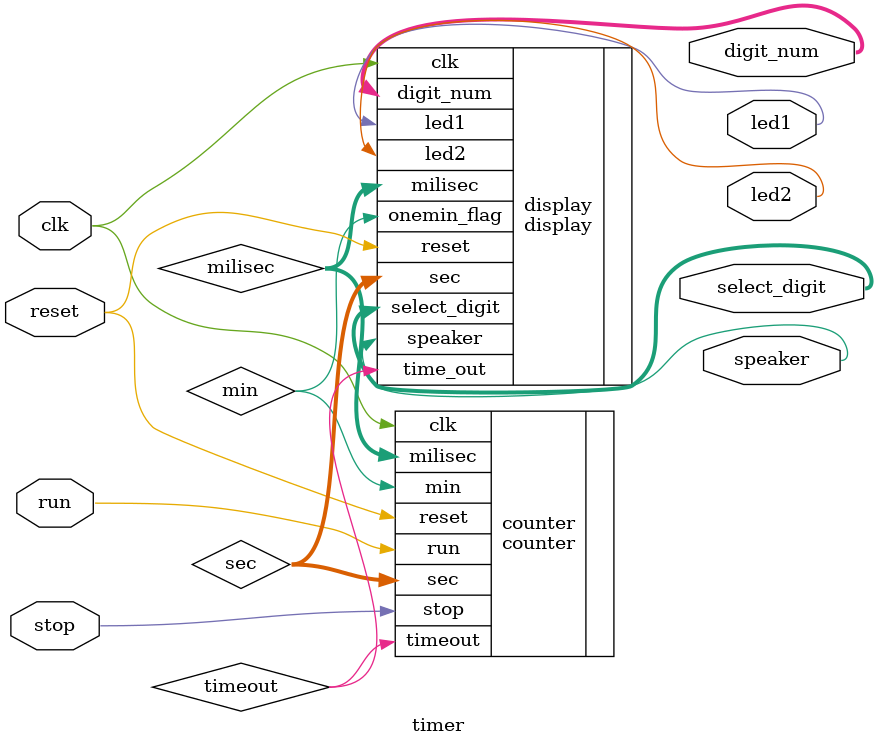
<source format=v>
`timescale 1ns / 1ps

module timer(
    input clk, // Ê±ÖÓÐÅºÅ
    input reset, // ÖØÖÃÐÅºÅ
    input run, // ¼ÌÐø¼ÆÊ±ÐÅºÅ 
    input stop,  // Í£Ö¹¼ÆÊ±ÐÅºÅ
    output [3:0] select_digit, // ÊýÂë¹ÜÑ¡ÔñÐÅºÅ
    output [7:0] digit_num, // Ñ¡ÖÐµÄÊýÂë¹ÜÏÔÊ¾µÄÊý×Ö
    output led1, // 1·ÖÖÓ
    output led2, // ³¬Ê±µÆ
    output speaker // ·äÃùÆ÷
    );
   
//    wire reset_de,run_de,stop_de;
//    //°´¼üÐÅºÅÏû¶¶Ä£¿é
//    debouncing res_debouncing(
//        .key        (reset),
//        .CLK        (clk),
//        .key_bouncing    (reset_de)
//    );
//    debouncing run_debouncing(
//        .key        (run),
//        .CLK        (clk),
//        .key_bouncing    (run_de)
//    );
//    debouncing stop_debouncing(
//        .key        (stop),
//        .CLK        (clk),
//        .key_bouncing    (stop_de)
//    );
    
    wire  min;
    wire [7:0] sec;
    wire [7:0] milisec;
    wire timeout;
   
    //¼ÆÊ±Ä£¿é
    counter counter(
        .clk                (clk),
        .reset              (reset),
        .run                (run),
        .stop               (stop),
        .timeout            (timeout),
        .min                (min),
        .sec                (sec),
        .milisec            (milisec)
    );
   
   //Õ¹Ê¾Ä£¿é
   display display(
        .clk                (clk),
        .reset              (reset),
        .sec                (sec),
        .milisec            (milisec),
        .onemin_flag        (min),
        .time_out            (timeout),   
        .select_digit       (select_digit),
        .digit_num          (digit_num),
        .led1               (led1),
        .led2               (led2),
        .speaker            (speaker)
   );
   
endmodule

</source>
